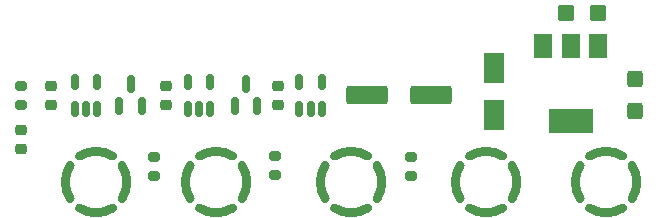
<source format=gtp>
G04 #@! TF.GenerationSoftware,KiCad,Pcbnew,(6.0.5)*
G04 #@! TF.CreationDate,2022-06-23T18:32:15+02:00*
G04 #@! TF.ProjectId,microjuice,6d696372-6f6a-4756-9963-652e6b696361,rev?*
G04 #@! TF.SameCoordinates,Original*
G04 #@! TF.FileFunction,Paste,Top*
G04 #@! TF.FilePolarity,Positive*
%FSLAX46Y46*%
G04 Gerber Fmt 4.6, Leading zero omitted, Abs format (unit mm)*
G04 Created by KiCad (PCBNEW (6.0.5)) date 2022-06-23 18:32:15*
%MOMM*%
%LPD*%
G01*
G04 APERTURE LIST*
G04 Aperture macros list*
%AMRoundRect*
0 Rectangle with rounded corners*
0 $1 Rounding radius*
0 $2 $3 $4 $5 $6 $7 $8 $9 X,Y pos of 4 corners*
0 Add a 4 corners polygon primitive as box body*
4,1,4,$2,$3,$4,$5,$6,$7,$8,$9,$2,$3,0*
0 Add four circle primitives for the rounded corners*
1,1,$1+$1,$2,$3*
1,1,$1+$1,$4,$5*
1,1,$1+$1,$6,$7*
1,1,$1+$1,$8,$9*
0 Add four rect primitives between the rounded corners*
20,1,$1+$1,$2,$3,$4,$5,0*
20,1,$1+$1,$4,$5,$6,$7,0*
20,1,$1+$1,$6,$7,$8,$9,0*
20,1,$1+$1,$8,$9,$2,$3,0*%
G04 Aperture macros list end*
%ADD10C,0.800000*%
%ADD11RoundRect,0.200000X0.275000X-0.200000X0.275000X0.200000X-0.275000X0.200000X-0.275000X-0.200000X0*%
%ADD12RoundRect,0.150000X0.150000X-0.587500X0.150000X0.587500X-0.150000X0.587500X-0.150000X-0.587500X0*%
%ADD13RoundRect,0.150000X0.150000X-0.512500X0.150000X0.512500X-0.150000X0.512500X-0.150000X-0.512500X0*%
%ADD14RoundRect,0.250000X1.500000X0.550000X-1.500000X0.550000X-1.500000X-0.550000X1.500000X-0.550000X0*%
%ADD15R,1.800000X2.500000*%
%ADD16RoundRect,0.225000X0.250000X-0.225000X0.250000X0.225000X-0.250000X0.225000X-0.250000X-0.225000X0*%
%ADD17RoundRect,0.250000X0.425000X-0.450000X0.425000X0.450000X-0.425000X0.450000X-0.425000X-0.450000X0*%
%ADD18RoundRect,0.250000X-0.450000X-0.425000X0.450000X-0.425000X0.450000X0.425000X-0.450000X0.425000X0*%
%ADD19R,1.500000X2.000000*%
%ADD20R,3.800000X2.000000*%
%ADD21RoundRect,0.200000X-0.275000X0.200000X-0.275000X-0.200000X0.275000X-0.200000X0.275000X0.200000X0*%
%ADD22RoundRect,0.218750X0.256250X-0.218750X0.256250X0.218750X-0.256250X0.218750X-0.256250X-0.218750X0*%
G04 APERTURE END LIST*
D10*
G04 #@! TO.C,H9*
X120520001Y-119039999D02*
G75*
G03*
X123319999Y-119039999I1399999J2201795D01*
G01*
X119720000Y-115440000D02*
G75*
G03*
X119720000Y-118239998I2201795J-1399999D01*
G01*
X123320000Y-114640000D02*
G75*
G03*
X120520002Y-114640000I-1399999J-2201795D01*
G01*
X124119999Y-118239999D02*
G75*
G03*
X124120000Y-115440002I-2201789J1399999D01*
G01*
G04 #@! TO.C,H7*
X98130000Y-115440000D02*
G75*
G03*
X98130000Y-118239998I2201795J-1399999D01*
G01*
X98930001Y-119039999D02*
G75*
G03*
X101729999Y-119039999I1399999J2201795D01*
G01*
X101730000Y-114640000D02*
G75*
G03*
X98930002Y-114640000I-1399999J-2201795D01*
G01*
X102529999Y-118239999D02*
G75*
G03*
X102530000Y-115440002I-2201789J1399999D01*
G01*
G04 #@! TO.C,H5*
X144909999Y-114640001D02*
G75*
G03*
X142110001Y-114640001I-1399999J-2201795D01*
G01*
X142110000Y-119040000D02*
G75*
G03*
X144909998Y-119040000I1399999J2201795D01*
G01*
X141310001Y-115440001D02*
G75*
G03*
X141310000Y-118239998I2201789J-1399999D01*
G01*
X145710000Y-118240000D02*
G75*
G03*
X145710000Y-115440002I-2201795J1399999D01*
G01*
G04 #@! TO.C,H8*
X111890000Y-114640000D02*
G75*
G03*
X109090002Y-114640000I-1399999J-2201795D01*
G01*
X109090001Y-119039999D02*
G75*
G03*
X111889999Y-119039999I1399999J2201795D01*
G01*
X108290000Y-115440000D02*
G75*
G03*
X108290000Y-118239998I2201795J-1399999D01*
G01*
X112689999Y-118239999D02*
G75*
G03*
X112690000Y-115440002I-2201789J1399999D01*
G01*
G04 #@! TO.C,H4*
X135550000Y-118240000D02*
G75*
G03*
X135550000Y-115440002I-2201795J1399999D01*
G01*
X131950000Y-119040000D02*
G75*
G03*
X134749998Y-119040000I1399999J2201795D01*
G01*
X131150001Y-115440001D02*
G75*
G03*
X131150000Y-118239998I2201789J-1399999D01*
G01*
X134749999Y-114640001D02*
G75*
G03*
X131950001Y-114640001I-1399999J-2201795D01*
G01*
G04 #@! TD*
D11*
G04 #@! TO.C,R2*
X115500000Y-116250000D03*
X115500000Y-114600000D03*
G04 #@! TD*
D12*
G04 #@! TO.C,D3*
X112050000Y-110437500D03*
X113950000Y-110437500D03*
X113000000Y-108562500D03*
G04 #@! TD*
D13*
G04 #@! TO.C,U4*
X117550000Y-110637500D03*
X118500000Y-110637500D03*
X119450000Y-110637500D03*
X119450000Y-108362500D03*
X117550000Y-108362500D03*
G04 #@! TD*
D14*
G04 #@! TO.C,C1*
X128700000Y-109500000D03*
X123300000Y-109500000D03*
G04 #@! TD*
D12*
G04 #@! TO.C,D2*
X102300000Y-110437500D03*
X104200000Y-110437500D03*
X103250000Y-108562500D03*
G04 #@! TD*
D15*
G04 #@! TO.C,D1*
X134000000Y-111200000D03*
X134000000Y-107200000D03*
G04 #@! TD*
D16*
G04 #@! TO.C,C4*
X96500000Y-110275000D03*
X96500000Y-108725000D03*
G04 #@! TD*
G04 #@! TO.C,C5*
X115750000Y-110275000D03*
X115750000Y-108725000D03*
G04 #@! TD*
G04 #@! TO.C,C3*
X106250000Y-110275000D03*
X106250000Y-108725000D03*
G04 #@! TD*
D17*
G04 #@! TO.C,C6*
X146000000Y-110850000D03*
X146000000Y-108150000D03*
G04 #@! TD*
D13*
G04 #@! TO.C,U3*
X108100000Y-110637500D03*
X109050000Y-110637500D03*
X110000000Y-110637500D03*
X110000000Y-108362500D03*
X108100000Y-108362500D03*
G04 #@! TD*
D18*
G04 #@! TO.C,C2*
X140150000Y-102500000D03*
X142850000Y-102500000D03*
G04 #@! TD*
D11*
G04 #@! TO.C,R1*
X105250000Y-116325000D03*
X105250000Y-114675000D03*
G04 #@! TD*
D19*
G04 #@! TO.C,U1*
X142800000Y-105350000D03*
X140500000Y-105350000D03*
D20*
X140500000Y-111650000D03*
D19*
X138200000Y-105350000D03*
G04 #@! TD*
D13*
G04 #@! TO.C,U2*
X98550000Y-110637500D03*
X99500000Y-110637500D03*
X100450000Y-110637500D03*
X100450000Y-108362500D03*
X98550000Y-108362500D03*
G04 #@! TD*
D21*
G04 #@! TO.C,R4*
X94000000Y-108675000D03*
X94000000Y-110325000D03*
G04 #@! TD*
D22*
G04 #@! TO.C,D4*
X94000000Y-114037500D03*
X94000000Y-112462500D03*
G04 #@! TD*
D11*
G04 #@! TO.C,R3*
X127000000Y-116325000D03*
X127000000Y-114675000D03*
G04 #@! TD*
M02*

</source>
